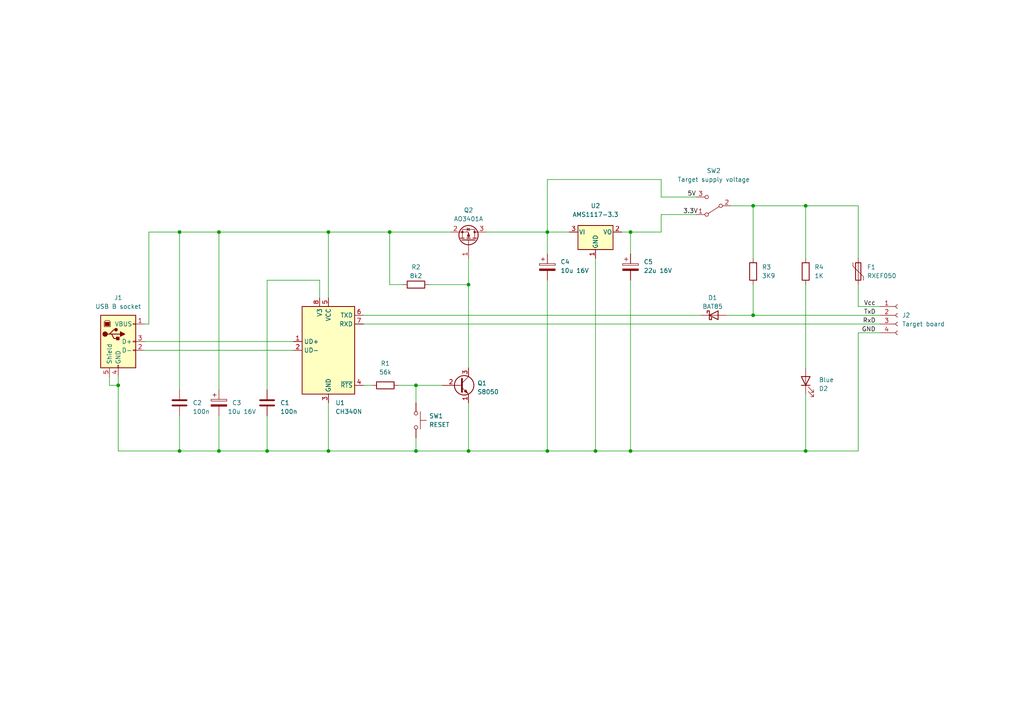
<source format=kicad_sch>
(kicad_sch (version 20230121) (generator eeschema)
  (paper "A4")
  (title_block (title "Improved STC MCU programmer") (date "2023-05-01") (rev "1.2") (company "(c) 2022 Vincent DEFERT. Licensed under the CC BY 4.0 license.") (comment 1 "For use with STCGAL-patched in automatic mode (-A rts and -a options)."))
  (lib_symbols
    (symbol "Connector:Conn_01x04_Female" (pin_names (offset 1.016) hide)
      (property "Reference" "J" (at 0 5.08 0))
      (property "Value" "Conn_01x04_Female" (at 0 -7.62 0))
      (symbol "Conn_01x04_Female_1_1"
        (arc (start 0 -4.572) (mid -0.5058 -5.08) (end 0 -5.588) (stroke (width 0.1524)))
        (arc (start 0 -2.032) (mid -0.5058 -2.54) (end 0 -3.048) (stroke (width 0.1524)))
        (polyline (pts (xy -1.27 -5.08) (xy -0.508 -5.08)) (stroke (width 0.1524)))
        (polyline (pts (xy -1.27 -2.54) (xy -0.508 -2.54)) (stroke (width 0.1524)))
        (polyline (pts (xy -1.27 0) (xy -0.508 0)) (stroke (width 0.1524)))
        (polyline (pts (xy -1.27 2.54) (xy -0.508 2.54)) (stroke (width 0.1524)))
        (arc (start 0 0.508) (mid -0.5058 0) (end 0 -0.508) (stroke (width 0.1524)))
        (arc (start 0 3.048) (mid -0.5058 2.54) (end 0 2.032) (stroke (width 0.1524)))
        (pin passive line (at -5.08 2.54 0) (length 3.81) (name "Pin_1") (number "1"))
        (pin passive line (at -5.08 0 0) (length 3.81) (name "Pin_2") (number "2"))
        (pin passive line (at -5.08 -2.54 0) (length 3.81) (name "Pin_3") (number "3"))
        (pin passive line (at -5.08 -5.08 0) (length 3.81) (name "Pin_4") (number "4"))
      )
    )
    (symbol "Connector:USB_B" (pin_names (offset 1.016))
      (property "Reference" "J" (at -5.08 11.43 0))
      (property "Value" "USB_B" (at -5.08 8.89 0))
      (symbol "USB_B_0_1"
        (rectangle (start -5.08 -7.62) (end 5.08 7.62) (stroke (width 0.254)) (fill (type background)))
        (circle (center -3.81 2.159) (radius 0.635) (stroke (width 0.254)) (fill (type outline)))
        (rectangle (start -3.81 5.588) (end -2.54 4.572) (fill (type outline)))
        (circle (center -0.635 3.429) (radius 0.381) (stroke (width 0.254)) (fill (type outline)))
        (rectangle (start -0.127 -7.62) (end 0.127 -6.858))
        (polyline (pts (xy -1.905 2.159) (xy 0.635 2.159)) (stroke (width 0.254)))
        (polyline (pts (xy -3.175 2.159) (xy -2.54 2.159) (xy -1.27 3.429) (xy -0.635 3.429)) (stroke (width 0.254)))
        (polyline (pts (xy -2.54 2.159) (xy -1.905 2.159) (xy -1.27 0.889) (xy 0 0.889)) (stroke (width 0.254)))
        (polyline (pts (xy 0.635 2.794) (xy 0.635 1.524) (xy 1.905 2.159) (xy 0.635 2.794)) (stroke (width 0.254)) (fill (type outline)))
        (polyline (pts (xy -4.064 4.318) (xy -2.286 4.318) (xy -2.286 5.715) (xy -2.667 6.096) (xy -3.683 6.096) (xy -4.064 5.715) (xy -4.064 4.318)))
        (rectangle (start 0.254 1.27) (end -0.508 0.508) (stroke (width 0.254)) (fill (type outline)))
        (rectangle (start 5.08 -2.667) (end 4.318 -2.413))
        (rectangle (start 5.08 -0.127) (end 4.318 0.127))
        (rectangle (start 5.08 4.953) (end 4.318 5.207))
      )
      (symbol "USB_B_1_1"
        (pin power_out line (at 7.62 5.08 180) (length 2.54) (name "VBUS") (number "1"))
        (pin bidirectional line (at 7.62 -2.54 180) (length 2.54) (name "D-") (number "2"))
        (pin bidirectional line (at 7.62 0 180) (length 2.54) (name "D+") (number "3"))
        (pin power_out line (at 0 -10.16 90) (length 2.54) (name "GND") (number "4"))
        (pin passive line (at -2.54 -10.16 90) (length 2.54) (name "Shield") (number "5"))
      )
    )
    (symbol "Device:C" (pin_numbers hide) (pin_names (offset 0.254))
      (property "Reference" "C" (at 0.635 2.54 0))
      (property "Value" "C" (at 0.635 -2.54 0))
      (symbol "C_0_1"
        (polyline (pts (xy -2.032 -0.762) (xy 2.032 -0.762)) (stroke (width 0.508)))
        (polyline (pts (xy -2.032 0.762) (xy 2.032 0.762)) (stroke (width 0.508)))
      )
      (symbol "C_1_1"
        (pin passive line (at 0 3.81 270) (length 2.794) (name "~") (number "1"))
        (pin passive line (at 0 -3.81 90) (length 2.794) (name "~") (number "2"))
      )
    )
    (symbol "Device:C_Polarized" (pin_numbers hide) (pin_names (offset 0.254))
      (property "Reference" "C" (at 0.635 2.54 0))
      (property "Value" "C_Polarized" (at 0.635 -2.54 0))
      (symbol "C_Polarized_0_1"
        (rectangle (start -2.286 0.508) (end 2.286 1.016))
        (polyline (pts (xy -1.778 2.286) (xy -0.762 2.286)))
        (polyline (pts (xy -1.27 2.794) (xy -1.27 1.778)))
        (rectangle (start 2.286 -0.508) (end -2.286 -1.016) (fill (type outline)))
      )
      (symbol "C_Polarized_1_1"
        (pin passive line (at 0 3.81 270) (length 2.794) (name "~") (number "1"))
        (pin passive line (at 0 -3.81 90) (length 2.794) (name "~") (number "2"))
      )
    )
    (symbol "Device:LED" (pin_numbers hide) (pin_names (offset 1.016) hide)
      (property "Reference" "D" (at 0 2.54 0))
      (property "Value" "LED" (at 0 -2.54 0))
      (symbol "LED_0_1"
        (polyline (pts (xy -1.27 -1.27) (xy -1.27 1.27)) (stroke (width 0.254)))
        (polyline (pts (xy -1.27 0) (xy 1.27 0)))
        (polyline (pts (xy 1.27 -1.27) (xy 1.27 1.27) (xy -1.27 0) (xy 1.27 -1.27)) (stroke (width 0.254)))
        (polyline (pts (xy -3.048 -0.762) (xy -4.572 -2.286) (xy -3.81 -2.286) (xy -4.572 -2.286) (xy -4.572 -1.524)))
        (polyline (pts (xy -1.778 -0.762) (xy -3.302 -2.286) (xy -2.54 -2.286) (xy -3.302 -2.286) (xy -3.302 -1.524)))
      )
      (symbol "LED_1_1"
        (pin passive line (at -3.81 0 0) (length 2.54) (name "K") (number "1"))
        (pin passive line (at 3.81 0 180) (length 2.54) (name "A") (number "2"))
      )
    )
    (symbol "Device:Polyfuse" (pin_numbers hide) (pin_names (offset 0))
      (property "Reference" "F" (at -2.54 0 90))
      (property "Value" "Polyfuse" (at 2.54 0 90))
      (symbol "Polyfuse_0_1"
        (rectangle (start -0.762 2.54) (end 0.762 -2.54) (stroke (width 0.254)))
        (polyline (pts (xy 0 2.54) (xy 0 -2.54)))
        (polyline (pts (xy -1.524 2.54) (xy -1.524 1.524) (xy 1.524 -1.524) (xy 1.524 -2.54)))
      )
      (symbol "Polyfuse_1_1"
        (pin passive line (at 0 3.81 270) (length 1.27) (name "~") (number "1"))
        (pin passive line (at 0 -3.81 90) (length 1.27) (name "~") (number "2"))
      )
    )
    (symbol "Device:R" (pin_numbers hide) (pin_names (offset 0))
      (property "Reference" "R" (at 2.032 0 90))
      (property "Value" "R" (at 0 0 90))
      (symbol "R_0_1"
        (rectangle (start -1.016 -2.54) (end 1.016 2.54) (stroke (width 0.254)))
      )
      (symbol "R_1_1"
        (pin passive line (at 0 3.81 270) (length 1.27) (name "~") (number "1"))
        (pin passive line (at 0 -3.81 90) (length 1.27) (name "~") (number "2"))
      )
    )
    (symbol "Diode:BAT85" (pin_numbers hide) (pin_names (offset 1.016) hide)
      (property "Reference" "D" (at 0 2.54 0))
      (property "Value" "BAT85" (at 0 -2.54 0))
      (symbol "BAT85_0_1"
        (polyline (pts (xy 1.27 0) (xy -1.27 0)))
        (polyline (pts (xy 1.27 1.27) (xy 1.27 -1.27) (xy -1.27 0) (xy 1.27 1.27)) (stroke (width 0.254)))
        (polyline (pts (xy -1.905 0.635) (xy -1.905 1.27) (xy -1.27 1.27) (xy -1.27 -1.27) (xy -0.635 -1.27) (xy -0.635 -0.635)) (stroke (width 0.254)))
      )
      (symbol "BAT85_1_1"
        (pin passive line (at -3.81 0 0) (length 2.54) (name "K") (number "1"))
        (pin passive line (at 3.81 0 180) (length 2.54) (name "A") (number "2"))
      )
    )
    (symbol "Regulator_Linear:AMS1117-3.3" (pin_names (offset 0.254))
      (property "Reference" "U" (at -3.81 3.175 0))
      (property "Value" "AMS1117-3.3" (at 0 3.175 0))
      (symbol "AMS1117-3.3_0_1"
        (rectangle (start -5.08 -5.08) (end 5.08 1.905) (stroke (width 0.254)) (fill (type background)))
      )
      (symbol "AMS1117-3.3_1_1"
        (pin power_in line (at 0 -7.62 90) (length 2.54) (name "GND") (number "1"))
        (pin power_out line (at 7.62 0 180) (length 2.54) (name "VO") (number "2"))
        (pin power_in line (at -7.62 0 0) (length 2.54) (name "VI") (number "3"))
      )
    )
    (symbol "Switch:SW_Push" (pin_numbers hide) (pin_names (offset 1.016) hide)
      (property "Reference" "SW" (at 1.27 2.54 0))
      (property "Value" "SW_Push" (at 0 -1.524 0))
      (symbol "SW_Push_0_1"
        (circle (center -2.032 0) (radius 0.508))
        (polyline (pts (xy 0 1.27) (xy 0 3.048)))
        (polyline (pts (xy 2.54 1.27) (xy -2.54 1.27)))
        (circle (center 2.032 0) (radius 0.508))
        (pin passive line (at -5.08 0 0) (length 2.54) (name "1") (number "1"))
        (pin passive line (at 5.08 0 180) (length 2.54) (name "2") (number "2"))
      )
    )
    (symbol "Switch:SW_SPDT" (pin_names (offset 0) hide)
      (property "Reference" "SW" (at 0 4.318 0))
      (property "Value" "SW_SPDT" (at 0 -5.08 0))
      (symbol "SW_SPDT_0_0"
        (circle (center -2.032 0) (radius 0.508))
        (circle (center 2.032 -2.54) (radius 0.508))
      )
      (symbol "SW_SPDT_0_1"
        (polyline (pts (xy -1.524 0.254) (xy 1.651 2.286)))
        (circle (center 2.032 2.54) (radius 0.508))
      )
      (symbol "SW_SPDT_1_1"
        (pin passive line (at 5.08 2.54 180) (length 2.54) (name "A") (number "1"))
        (pin passive line (at -5.08 0 0) (length 2.54) (name "B") (number "2"))
        (pin passive line (at 5.08 -2.54 180) (length 2.54) (name "C") (number "3"))
      )
    )
    (symbol "Transistor_BJT:S8050" (pin_names (offset 0) hide)
      (property "Reference" "Q" (at 5.08 1.905 0))
      (property "Value" "S8050" (at 5.08 0 0))
      (symbol "S8050_0_1"
        (polyline (pts (xy 0 0) (xy 0.635 0)))
        (polyline (pts (xy 0.635 0.635) (xy 2.54 2.54)))
        (polyline (pts (xy 0.635 -0.635) (xy 2.54 -2.54) (xy 2.54 -2.54)))
        (polyline (pts (xy 0.635 1.905) (xy 0.635 -1.905) (xy 0.635 -1.905)) (stroke (width 0.508)))
        (polyline (pts (xy 1.27 -1.778) (xy 1.778 -1.27) (xy 2.286 -2.286) (xy 1.27 -1.778) (xy 1.27 -1.778)) (fill (type outline)))
        (circle (center 1.27 0) (radius 2.8194) (stroke (width 0.254)))
      )
      (symbol "S8050_1_1"
        (pin passive line (at 2.54 -5.08 90) (length 2.54) (name "E") (number "1"))
        (pin input line (at -5.08 0 0) (length 5.08) (name "B") (number "2"))
        (pin passive line (at 2.54 5.08 270) (length 2.54) (name "C") (number "3"))
      )
    )
    (symbol "Transistor_FET:AO3401A" (pin_names hide)
      (property "Reference" "Q" (at 5.08 1.905 0))
      (property "Value" "AO3401A" (at 5.08 0 0))
      (symbol "AO3401A_0_1"
        (polyline (pts (xy 0.254 0) (xy -2.54 0)))
        (polyline (pts (xy 0.254 1.905) (xy 0.254 -1.905)) (stroke (width 0.254)))
        (polyline (pts (xy 0.762 -1.27) (xy 0.762 -2.286)) (stroke (width 0.254)))
        (polyline (pts (xy 0.762 0.508) (xy 0.762 -0.508)) (stroke (width 0.254)))
        (polyline (pts (xy 0.762 2.286) (xy 0.762 1.27)) (stroke (width 0.254)))
        (polyline (pts (xy 2.54 2.54) (xy 2.54 1.778)))
        (polyline (pts (xy 2.54 -2.54) (xy 2.54 0) (xy 0.762 0)))
        (polyline (pts (xy 0.762 1.778) (xy 3.302 1.778) (xy 3.302 -1.778) (xy 0.762 -1.778)))
        (polyline (pts (xy 2.286 0) (xy 1.27 0.381) (xy 1.27 -0.381) (xy 2.286 0)) (fill (type outline)))
        (polyline (pts (xy 2.794 -0.508) (xy 2.921 -0.381) (xy 3.683 -0.381) (xy 3.81 -0.254)))
        (polyline (pts (xy 3.302 -0.381) (xy 2.921 0.254) (xy 3.683 0.254) (xy 3.302 -0.381)))
        (circle (center 1.651 0) (radius 2.794) (stroke (width 0.254)))
        (circle (center 2.54 -1.778) (radius 0.254) (fill (type outline)))
        (circle (center 2.54 1.778) (radius 0.254) (fill (type outline)))
      )
      (symbol "AO3401A_1_1"
        (pin input line (at -5.08 0 0) (length 2.54) (name "G") (number "1"))
        (pin passive line (at 2.54 -5.08 90) (length 2.54) (name "S") (number "2"))
        (pin passive line (at 2.54 5.08 270) (length 2.54) (name "D") (number "3"))
      )
    )
    (symbol "USB_to_serial:CH340N"
      (property "Reference" "U" (at -5.08 13.97 0))
      (property "Value" "CH340N" (at 1.27 13.97 0))
      (symbol "CH340N_0_1"
        (rectangle (start -7.62 12.7) (end 7.62 -12.7) (stroke (width 0.254)) (fill (type background)))
      )
      (symbol "CH340N_1_1"
        (pin bidirectional line (at -10.16 2.54 0) (length 2.54) (name "UD+") (number "1"))
        (pin bidirectional line (at -10.16 0 0) (length 2.54) (name "UD-") (number "2"))
        (pin power_in line (at 0 -15.24 90) (length 2.54) (name "GND") (number "3"))
        (pin output line (at 10.16 -10.16 180) (length 2.54) (name "~{RTS}") (number "4"))
        (pin power_in line (at 0 15.24 270) (length 2.54) (name "VCC") (number "5"))
        (pin output line (at 10.16 10.16 180) (length 2.54) (name "TXD") (number "6"))
        (pin input line (at 10.16 7.62 180) (length 2.54) (name "RXD") (number "7"))
        (pin passive line (at -2.54 15.24 270) (length 2.54) (name "V3") (number "8"))
      )
    )
  )
  (junction (at 182.88 67.31))
  (junction (at 77.47 130.81))
  (junction (at 233.68 59.69))
  (junction (at 52.07 67.31))
  (junction (at 218.44 59.69))
  (junction (at 95.25 130.81))
  (junction (at 218.44 91.44))
  (junction (at 63.5 130.81))
  (junction (at 113.03 67.31))
  (junction (at 120.65 130.81))
  (junction (at 233.68 130.81))
  (junction (at 182.88 130.81))
  (junction (at 158.75 67.31))
  (junction (at 34.29 111.76))
  (junction (at 120.65 111.76))
  (junction (at 172.72 130.81))
  (junction (at 135.89 130.81))
  (junction (at 52.07 130.81))
  (junction (at 135.89 82.55))
  (junction (at 63.5 67.31))
  (junction (at 95.25 67.31))
  (junction (at 158.75 130.81))
  (wire (pts (xy 180.34 67.31) (xy 182.88 67.31)))
  (wire (pts (xy 248.92 88.9) (xy 248.92 82.55)))
  (wire (pts (xy 201.93 57.15) (xy 191.77 57.15)))
  (wire (pts (xy 52.07 67.31) (xy 63.5 67.31)))
  (wire (pts (xy 158.75 81.28) (xy 158.75 130.81)))
  (wire (pts (xy 52.07 130.81) (xy 63.5 130.81)))
  (wire (pts (xy 34.29 109.22) (xy 34.29 111.76)))
  (wire (pts (xy 113.03 67.31) (xy 130.81 67.31)))
  (wire (pts (xy 182.88 130.81) (xy 233.68 130.81)))
  (wire (pts (xy 95.25 67.31) (xy 113.03 67.31)))
  (wire (pts (xy 41.91 101.6) (xy 85.09 101.6)))
  (wire (pts (xy 140.97 67.31) (xy 158.75 67.31)))
  (wire (pts (xy 233.68 130.81) (xy 248.92 130.81)))
  (wire (pts (xy 105.41 91.44) (xy 203.2 91.44)))
  (wire (pts (xy 255.27 96.52) (xy 248.92 96.52)))
  (wire (pts (xy 43.18 67.31) (xy 52.07 67.31)))
  (wire (pts (xy 191.77 57.15) (xy 191.77 52.07)))
  (wire (pts (xy 210.82 91.44) (xy 218.44 91.44)))
  (wire (pts (xy 135.89 130.81) (xy 158.75 130.81)))
  (wire (pts (xy 34.29 111.76) (xy 34.29 130.81)))
  (wire (pts (xy 95.25 130.81) (xy 120.65 130.81)))
  (wire (pts (xy 41.91 93.98) (xy 43.18 93.98)))
  (wire (pts (xy 172.72 130.81) (xy 182.88 130.81)))
  (wire (pts (xy 212.09 59.69) (xy 218.44 59.69)))
  (wire (pts (xy 172.72 130.81) (xy 158.75 130.81)))
  (wire (pts (xy 182.88 81.28) (xy 182.88 130.81)))
  (wire (pts (xy 218.44 59.69) (xy 218.44 74.93)))
  (wire (pts (xy 77.47 81.28) (xy 77.47 113.03)))
  (wire (pts (xy 218.44 59.69) (xy 233.68 59.69)))
  (wire (pts (xy 233.68 59.69) (xy 248.92 59.69)))
  (wire (pts (xy 52.07 120.65) (xy 52.07 130.81)))
  (wire (pts (xy 113.03 67.31) (xy 113.03 82.55)))
  (wire (pts (xy 120.65 111.76) (xy 128.27 111.76)))
  (wire (pts (xy 120.65 130.81) (xy 135.89 130.81)))
  (wire (pts (xy 248.92 96.52) (xy 248.92 130.81)))
  (wire (pts (xy 92.71 86.36) (xy 92.71 81.28)))
  (wire (pts (xy 201.93 62.23) (xy 191.77 62.23)))
  (wire (pts (xy 116.84 82.55) (xy 113.03 82.55)))
  (wire (pts (xy 191.77 62.23) (xy 191.77 67.31)))
  (wire (pts (xy 95.25 67.31) (xy 95.25 86.36)))
  (wire (pts (xy 218.44 82.55) (xy 218.44 91.44)))
  (wire (pts (xy 182.88 67.31) (xy 182.88 73.66)))
  (wire (pts (xy 233.68 114.3) (xy 233.68 130.81)))
  (wire (pts (xy 158.75 67.31) (xy 158.75 73.66)))
  (wire (pts (xy 105.41 111.76) (xy 107.95 111.76)))
  (wire (pts (xy 63.5 67.31) (xy 95.25 67.31)))
  (wire (pts (xy 158.75 52.07) (xy 158.75 67.31)))
  (wire (pts (xy 31.75 111.76) (xy 34.29 111.76)))
  (wire (pts (xy 63.5 120.65) (xy 63.5 130.81)))
  (wire (pts (xy 63.5 67.31) (xy 63.5 113.03)))
  (wire (pts (xy 255.27 88.9) (xy 248.92 88.9)))
  (wire (pts (xy 191.77 52.07) (xy 158.75 52.07)))
  (wire (pts (xy 63.5 130.81) (xy 77.47 130.81)))
  (wire (pts (xy 92.71 81.28) (xy 77.47 81.28)))
  (wire (pts (xy 105.41 93.98) (xy 255.27 93.98)))
  (wire (pts (xy 120.65 111.76) (xy 120.65 116.84)))
  (wire (pts (xy 248.92 59.69) (xy 248.92 74.93)))
  (wire (pts (xy 233.68 59.69) (xy 233.68 74.93)))
  (wire (pts (xy 135.89 116.84) (xy 135.89 130.81)))
  (wire (pts (xy 120.65 127) (xy 120.65 130.81)))
  (wire (pts (xy 135.89 74.93) (xy 135.89 82.55)))
  (wire (pts (xy 77.47 120.65) (xy 77.47 130.81)))
  (wire (pts (xy 124.46 82.55) (xy 135.89 82.55)))
  (wire (pts (xy 218.44 91.44) (xy 255.27 91.44)))
  (wire (pts (xy 95.25 116.84) (xy 95.25 130.81)))
  (wire (pts (xy 158.75 67.31) (xy 165.1 67.31)))
  (wire (pts (xy 34.29 130.81) (xy 52.07 130.81)))
  (wire (pts (xy 115.57 111.76) (xy 120.65 111.76)))
  (wire (pts (xy 77.47 130.81) (xy 95.25 130.81)))
  (wire (pts (xy 52.07 67.31) (xy 52.07 113.03)))
  (wire (pts (xy 135.89 82.55) (xy 135.89 106.68)))
  (wire (pts (xy 233.68 82.55) (xy 233.68 106.68)))
  (wire (pts (xy 172.72 74.93) (xy 172.72 130.81)))
  (wire (pts (xy 43.18 93.98) (xy 43.18 67.31)))
  (wire (pts (xy 41.91 99.06) (xy 85.09 99.06)))
  (wire (pts (xy 31.75 109.22) (xy 31.75 111.76)))
  (wire (pts (xy 191.77 67.31) (xy 182.88 67.31)))
  (label "RxD" (at 254 93.98 180))
  (label "TxD" (at 254 91.44 180))
  (label "Vcc" (at 254 88.9 180))
  (label "GND" (at 254 96.52 180))
  (label "3.3V" (at 198.12 62.23 0))
  (label "5V" (at 199.39 57.15 0))
  (symbol (lib_id "Device:Polyfuse") (at 248.92 78.74 0) (unit 1)
    (property "Reference" "F1" (at 251.46 77.4699 0) (effects (justify left)))
    (property "Value" "RXEF050" (at 251.46 80.0099 0) (effects (justify left)))
  )
  (symbol (lib_id "Device:R") (at 111.76 111.76 90) (unit 1)
    (property "Reference" "R1" (at 111.76 105.41 90))
    (property "Value" "56k" (at 111.76 107.95 90))
  )
  (symbol (lib_id "Device:C_Polarized") (at 158.75 77.47 0) (unit 1)
    (property "Reference" "C4" (at 162.56 75.946 0) (effects (justify left)))
    (property "Value" "10u 16V" (at 162.56 78.486 0) (effects (justify left)))
  )
  (symbol (lib_id "Device:C_Polarized") (at 63.5 116.84 0) (unit 1)
    (property "Reference" "C3" (at 67.31 116.84 0) (effects (justify left)))
    (property "Value" "10u 16V" (at 66.04 119.38 0) (effects (justify left)))
  )
  (symbol (lib_id "Regulator_Linear:AMS1117-3.3") (at 172.72 67.31 0) (unit 1)
    (property "Reference" "U2" (at 172.72 59.69 0))
    (property "Value" "AMS1117-3.3" (at 172.72 62.23 0))
    (property "Footprint" "Package_TO_SOT_SMD:SOT-223-3_TabPin2" (effects hide))
    (property "Datasheet" "http://www.advanced-monolithic.com/pdf/ds1117.pdf" (effects hide))
  )
  (symbol (lib_id "Device:R") (at 233.68 78.74 0) (unit 1)
    (property "Reference" "R4" (at 236.22 77.4699 0) (effects (justify left)))
    (property "Value" "1K" (at 236.22 80.0099 0) (effects (justify left)))
  )
  (symbol (lib_id "Transistor_BJT:S8050") (at 133.35 111.76 0) (unit 1)
    (property "Reference" "Q1" (at 138.43 111.125 0) (effects (justify left)))
    (property "Value" "S8050" (at 138.43 113.665 0) (effects (justify left)))
    (property "Footprint" "Package_TO_SOT_THT:TO-92_Inline" (effects hide))
    (property "Datasheet" "http://www.unisonic.com.tw/datasheet/S8050.pdf" (effects hide))
  )
  (symbol (lib_id "Device:C") (at 52.07 116.84 0) (unit 1)
    (property "Reference" "C2" (at 55.88 116.84 0) (effects (justify left)))
    (property "Value" "100n" (at 55.88 119.38 0) (effects (justify left)))
  )
  (symbol (lib_id "Connector:USB_B") (at 34.29 99.06 0) (unit 1)
    (property "Reference" "J1" (at 34.29 86.36 0))
    (property "Value" "USB B socket" (at 34.29 88.9 0))
    (property "Datasheet" " ~" (effects hide))
  )
  (symbol (lib_id "Diode:BAT85") (at 207.01 91.44 0) (unit 1)
    (property "Reference" "D1" (at 206.6925 86.36 0))
    (property "Value" "BAT85" (at 206.6925 88.9 0))
    (property "Footprint" "Diode_THT:D_DO-35_SOD27_P7.62mm_Horizontal" (effects hide))
    (property "Datasheet" "https://assets.nexperia.com/documents/data-sheet/BAT85.pdf" (effects hide))
  )
  (symbol (lib_id "Device:LED") (at 233.68 110.49 90) (unit 1)
    (property "Reference" "D2" (at 237.49 112.7125 90) (effects (justify right)))
    (property "Value" "Blue" (at 237.49 110.1725 90) (effects (justify right)))
  )
  (symbol (lib_id "Device:C") (at 77.47 116.84 0) (unit 1)
    (property "Reference" "C1" (at 81.28 116.84 0) (effects (justify left)))
    (property "Value" "100n" (at 81.28 119.38 0) (effects (justify left)))
  )
  (symbol (lib_id "Switch:SW_Push") (at 120.65 121.92 270) (unit 1)
    (property "Reference" "SW1" (at 124.46 120.6499 90) (effects (justify left)))
    (property "Value" "RESET" (at 124.46 123.1899 90) (effects (justify left)))
  )
  (symbol (lib_id "USB_to_serial:CH340N") (at 95.25 101.6 0) (unit 1)
    (property "Reference" "U1" (at 97.2694 116.84 0) (effects (justify left)))
    (property "Value" "CH340N" (at 97.2694 119.38 0) (effects (justify left)))
    (property "Footprint" "Package_SO:SOP-8_3.9x4.9mm_P1.27mm" (effects hide))
    (property "Datasheet" "http://wch-ic.com/products/CH340.html" (effects hide))
  )
  (symbol (lib_id "Switch:SW_SPDT") (at 207.01 59.69 180) (unit 1)
    (property "Reference" "SW2" (at 207.01 49.53 0))
    (property "Value" "Target supply voltage" (at 207.01 52.07 0))
  )
  (symbol (lib_id "Device:C_Polarized") (at 182.88 77.47 0) (unit 1)
    (property "Reference" "C5" (at 186.69 75.946 0) (effects (justify left)))
    (property "Value" "22u 16V" (at 186.69 78.486 0) (effects (justify left)))
  )
  (symbol (lib_id "Device:R") (at 218.44 78.74 0) (unit 1)
    (property "Reference" "R3" (at 220.98 77.4699 0) (effects (justify left)))
    (property "Value" "3K9" (at 220.98 80.0099 0) (effects (justify left)))
  )
  (symbol (lib_id "Transistor_FET:AO3401A") (at 135.89 69.85 270) (mirror x) (unit 1)
    (property "Reference" "Q2" (at 135.89 60.96 90))
    (property "Value" "AO3401A" (at 135.89 63.5 90))
    (property "Footprint" "Package_TO_SOT_SMD:SOT-23" (effects hide))
    (property "Datasheet" "http://www.aosmd.com/pdfs/datasheet/AO3401A.pdf" (effects hide))
  )
  (symbol (lib_id "Connector:Conn_01x04_Female") (at 260.35 91.44 0) (unit 1)
    (property "Reference" "J2" (at 261.62 91.4399 0) (effects (justify left)))
    (property "Value" "Target board" (at 261.62 93.9799 0) (effects (justify left)))
  )
  (symbol (lib_id "Device:R") (at 120.65 82.55 90) (unit 1)
    (property "Reference" "R2" (at 120.65 77.47 90))
    (property "Value" "8k2" (at 120.65 80.01 90))
  )
)
</source>
